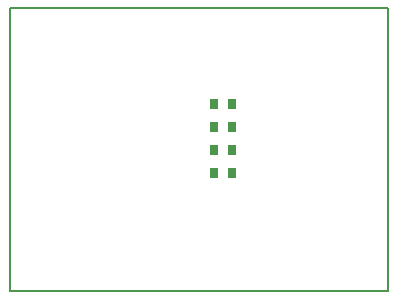
<source format=gtp>
%FSLAX25Y25*%
%MOIN*%
G70*
G01*
G75*
G04 Layer_Color=8421504*
%ADD10R,0.02756X0.03347*%
%ADD11C,0.01000*%
%ADD12C,0.00500*%
%ADD13O,0.04724X0.06299*%
%ADD14R,0.04724X0.06299*%
%ADD15O,0.06299X0.04724*%
%ADD16R,0.06299X0.04724*%
%ADD17R,0.05906X0.05906*%
%ADD18C,0.05906*%
%ADD19C,0.02000*%
%ADD20C,0.00787*%
D10*
X73905Y-32000D02*
D03*
X68000D02*
D03*
X73905Y-39667D02*
D03*
X68000D02*
D03*
X68000Y-55000D02*
D03*
X73905D02*
D03*
X68000Y-47333D02*
D03*
X73905D02*
D03*
D12*
X0Y0D02*
X125984D01*
X0Y-94488D02*
Y0D01*
Y-94488D02*
X125984D01*
Y0D01*
M02*

</source>
